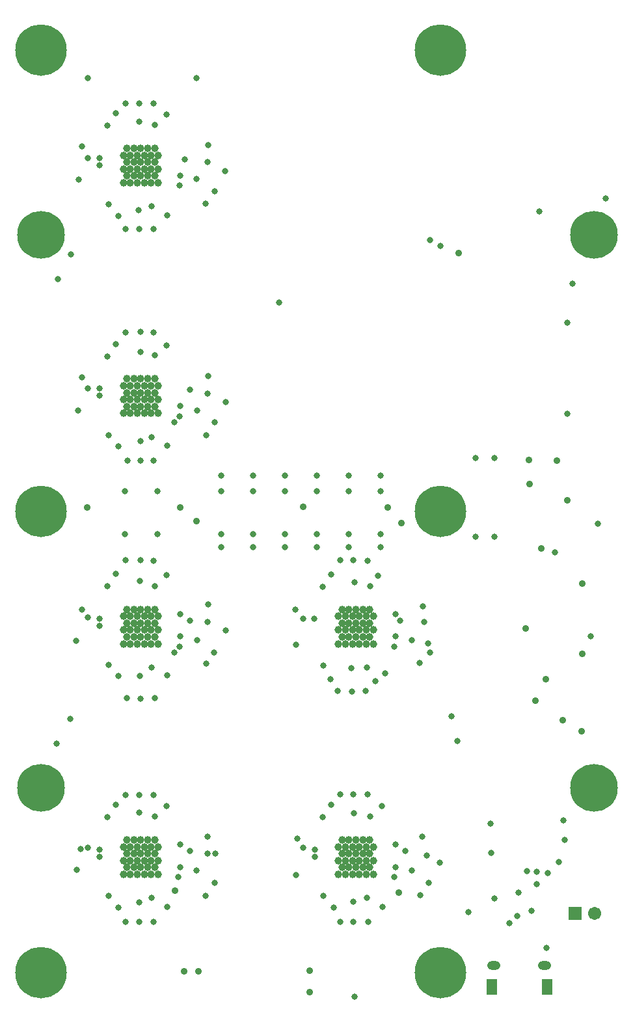
<source format=gbs>
%FSLAX25Y25*%
%MOIN*%
G70*
G01*
G75*
G04 Layer_Color=16711935*
%ADD10C,0.03000*%
%ADD11C,0.00800*%
%ADD12C,0.02000*%
%ADD13C,0.01181*%
%ADD14C,0.02362*%
%ADD15C,0.01969*%
%ADD16C,0.01200*%
%ADD17C,0.01500*%
%ADD18C,0.01000*%
%ADD19C,0.01100*%
%ADD20C,0.04000*%
%ADD21C,0.03200*%
%ADD22C,0.03937*%
%ADD23C,0.01575*%
%ADD24C,0.00787*%
%ADD25C,0.00800*%
%ADD26C,0.02000*%
%ADD27C,0.10000*%
%ADD28R,0.05512X0.04331*%
%ADD29R,0.04331X0.10236*%
%ADD30R,0.04331X0.05512*%
%ADD31R,0.03543X0.02756*%
%ADD32R,0.03150X0.03543*%
%ADD33R,0.02756X0.03543*%
%ADD34R,0.02362X0.02362*%
%ADD35R,0.03543X0.03150*%
%ADD36R,0.02362X0.01969*%
%ADD37R,0.03000X0.03000*%
%ADD38C,0.03150*%
%ADD39R,0.10236X0.09449*%
%ADD40R,0.07087X0.06299*%
%ADD41R,0.06299X0.07087*%
%ADD42R,0.01969X0.02362*%
%ADD43C,0.03937*%
%ADD44R,0.22047X0.22047*%
%ADD45O,0.00787X0.05118*%
%ADD46O,0.05118X0.00787*%
%ADD47R,0.06000X0.05000*%
%ADD48R,0.16535X0.12205*%
%ADD49R,0.18504X0.05906*%
%ADD50R,0.02756X0.04528*%
%ADD51R,0.03937X0.07087*%
%ADD52R,0.07480X0.16339*%
%ADD53R,0.09449X0.10236*%
%ADD54R,0.03000X0.03000*%
%ADD55R,0.04331X0.06693*%
%ADD56R,0.02362X0.02362*%
%ADD57R,0.10236X0.04331*%
%ADD58R,0.12205X0.16535*%
%ADD59R,0.05906X0.18504*%
%ADD60R,0.04528X0.02756*%
%ADD61C,0.03000*%
%ADD62R,0.06693X0.04331*%
%ADD63R,0.19488X0.11594*%
%ADD64R,0.01102X0.02756*%
%ADD65R,0.06299X0.09449*%
%ADD66R,0.03347X0.01102*%
%ADD67R,0.08661X0.05512*%
%ADD68R,0.09449X0.11024*%
%ADD69O,0.01575X0.08268*%
%ADD70O,0.01378X0.08268*%
%ADD71R,0.07087X0.05906*%
%ADD72R,0.03937X0.03740*%
%ADD73O,0.04528X0.00787*%
%ADD74O,0.00787X0.04528*%
%ADD75R,0.08268X0.08268*%
%ADD76R,0.02559X0.03543*%
%ADD77R,0.06102X0.04331*%
%ADD78R,0.06102X0.04331*%
%ADD79R,0.06102X0.13583*%
%ADD80R,0.07087X0.03937*%
%ADD81C,0.00780*%
%ADD82R,0.42300X0.07600*%
%ADD83R,0.72700X0.09700*%
%ADD84R,0.46300X0.11900*%
%ADD85R,0.46400X0.11900*%
%ADD86R,0.19500X0.45500*%
%ADD87R,0.60476X0.09600*%
%ADD88C,0.23622*%
%ADD89C,0.25590*%
%ADD90R,0.05906X0.05906*%
%ADD91C,0.05906*%
%ADD92R,0.04724X0.07087*%
%ADD93O,0.05906X0.03937*%
%ADD94C,0.02400*%
%ADD95C,0.02800*%
%ADD96C,0.03200*%
%ADD97C,0.02362*%
%ADD98C,0.01600*%
%ADD99C,0.00394*%
%ADD100C,0.00984*%
%ADD101C,0.00600*%
%ADD102C,0.00039*%
%ADD103C,0.00591*%
%ADD104C,0.00500*%
%ADD105R,0.02165X0.09449*%
%ADD106R,0.07874X0.07874*%
%ADD107R,0.09449X0.02165*%
%ADD108R,0.05906X0.02165*%
%ADD109R,0.04300X0.04100*%
%ADD110R,0.03898X0.01654*%
%ADD111R,0.06312X0.05131*%
%ADD112R,0.05131X0.11036*%
%ADD113R,0.05131X0.06312*%
%ADD114R,0.04343X0.03556*%
%ADD115R,0.03950X0.04343*%
%ADD116R,0.03556X0.04343*%
%ADD117R,0.03162X0.03162*%
%ADD118R,0.04343X0.03950*%
%ADD119R,0.03162X0.02769*%
%ADD120R,0.03800X0.03800*%
%ADD121C,0.03950*%
%ADD122R,0.11036X0.10249*%
%ADD123R,0.07887X0.07099*%
%ADD124R,0.07099X0.07887*%
%ADD125R,0.02769X0.03162*%
%ADD126C,0.04737*%
%ADD127R,0.22847X0.22847*%
%ADD128O,0.01587X0.05918*%
%ADD129O,0.05918X0.01587*%
%ADD130R,0.06800X0.05800*%
%ADD131R,0.17335X0.13005*%
%ADD132R,0.19304X0.06706*%
%ADD133R,0.03556X0.05328*%
%ADD134R,0.04737X0.07887*%
%ADD135R,0.08280X0.17139*%
%ADD136R,0.10249X0.11036*%
%ADD137R,0.03800X0.03800*%
%ADD138R,0.05131X0.07493*%
%ADD139R,0.03162X0.03162*%
%ADD140R,0.11036X0.05131*%
%ADD141R,0.13005X0.17335*%
%ADD142R,0.06706X0.19304*%
%ADD143R,0.05328X0.03556*%
%ADD144C,0.03800*%
%ADD145R,0.07493X0.05131*%
%ADD146R,0.20288X0.12395*%
%ADD147R,0.09461X0.06312*%
%ADD148R,0.10249X0.11824*%
%ADD149O,0.02375X0.09068*%
%ADD150O,0.02178X0.09068*%
%ADD151R,0.07887X0.06706*%
%ADD152R,0.04737X0.04540*%
%ADD153O,0.05328X0.01587*%
%ADD154O,0.01587X0.05328*%
%ADD155R,0.09068X0.09068*%
%ADD156R,0.03359X0.04343*%
%ADD157R,0.06902X0.05131*%
%ADD158R,0.06902X0.05131*%
%ADD159R,0.06902X0.14383*%
%ADD160R,0.07887X0.04737*%
%ADD161C,0.24422*%
%ADD162C,0.26391*%
%ADD163R,0.06706X0.06706*%
%ADD164C,0.06706*%
%ADD165R,0.05524X0.07887*%
%ADD166O,0.06706X0.04737*%
%ADD167C,0.03600*%
%ADD168C,0.03162*%
D96*
X288200Y368500D02*
D03*
X271300Y405800D02*
D03*
X297600Y187900D02*
D03*
X146200Y201600D02*
D03*
X146392Y183500D02*
D03*
X176436Y215710D02*
D03*
X174900Y171800D02*
D03*
X187000Y165000D02*
D03*
X164000Y165900D02*
D03*
X160636Y173000D02*
D03*
X188400Y218900D02*
D03*
X160136Y213300D02*
D03*
X164536Y219600D02*
D03*
X176000Y97200D02*
D03*
X175900Y52000D02*
D03*
X190736Y49390D02*
D03*
X165836Y49090D02*
D03*
X160636Y54890D02*
D03*
X190436Y100890D02*
D03*
X160136Y95190D02*
D03*
X164536Y101490D02*
D03*
X54300D02*
D03*
X49900Y95190D02*
D03*
X80200Y100890D02*
D03*
X50400Y54890D02*
D03*
X55600Y49090D02*
D03*
X80500Y49390D02*
D03*
X66100Y51500D02*
D03*
X66200Y97600D02*
D03*
X54229Y455872D02*
D03*
X49829Y449572D02*
D03*
X80129Y455272D02*
D03*
X50329Y409272D02*
D03*
X55529Y403472D02*
D03*
X80429Y403772D02*
D03*
X65900Y406400D02*
D03*
X66100Y451500D02*
D03*
X54300Y337710D02*
D03*
X49900Y331410D02*
D03*
X80200Y337110D02*
D03*
X50400Y291110D02*
D03*
X55600Y285310D02*
D03*
X80500Y285610D02*
D03*
X66700Y287900D02*
D03*
X66800Y333700D02*
D03*
X66500Y216400D02*
D03*
X66600Y167800D02*
D03*
X80500Y167900D02*
D03*
X55600Y167600D02*
D03*
X50400Y173400D02*
D03*
X80200Y219400D02*
D03*
X49900Y213700D02*
D03*
X54300Y220000D02*
D03*
X108286Y233500D02*
D03*
X124609D02*
D03*
X140931D02*
D03*
X157254D02*
D03*
X173577D02*
D03*
X189900Y233600D02*
D03*
X108286Y270200D02*
D03*
X124609D02*
D03*
X140931D02*
D03*
X157254D02*
D03*
X173577D02*
D03*
X189900Y270300D02*
D03*
X248232Y239000D02*
D03*
X238400D02*
D03*
Y279300D02*
D03*
X248232D02*
D03*
X108286Y240200D02*
D03*
X124609D02*
D03*
X140931D02*
D03*
X157254D02*
D03*
X173577D02*
D03*
X189900Y240300D02*
D03*
X75329Y240200D02*
D03*
X58700D02*
D03*
Y262300D02*
D03*
X75329D02*
D03*
X189900Y262400D02*
D03*
X173577Y262300D02*
D03*
X157254D02*
D03*
X140931D02*
D03*
X124609D02*
D03*
X108286D02*
D03*
X147031Y84300D02*
D03*
X146532Y65800D02*
D03*
X220600Y388100D02*
D03*
X215200Y391000D02*
D03*
X137900Y359137D02*
D03*
X39919Y473819D02*
D03*
X95529Y474129D02*
D03*
X305100Y412400D02*
D03*
X192000Y169000D02*
D03*
X205787Y186000D02*
D03*
X197365Y199313D02*
D03*
X84000Y297500D02*
D03*
X34216Y68200D02*
D03*
X33917Y185800D02*
D03*
X34877Y303737D02*
D03*
X36911Y320500D02*
D03*
Y201500D02*
D03*
X84000Y179500D02*
D03*
X36911Y439000D02*
D03*
X150175Y196966D02*
D03*
Y79675D02*
D03*
X39919Y197500D02*
D03*
Y433126D02*
D03*
X35000Y422000D02*
D03*
X36100Y79100D02*
D03*
X101376Y439765D02*
D03*
X101161Y430962D02*
D03*
X104761Y416062D02*
D03*
X110261Y426462D02*
D03*
X100229Y409562D02*
D03*
X101476Y321240D02*
D03*
X101261Y312437D02*
D03*
X104861Y297537D02*
D03*
X110361Y307937D02*
D03*
X100329Y291037D02*
D03*
X101315Y85303D02*
D03*
X101100Y76500D02*
D03*
X104700Y61600D02*
D03*
X105000Y76500D02*
D03*
X100169Y55100D02*
D03*
X101476Y204203D02*
D03*
X101261Y195400D02*
D03*
X104561Y179700D02*
D03*
X110361Y190900D02*
D03*
X100329Y174000D02*
D03*
X211615Y203403D02*
D03*
X212200Y195200D02*
D03*
X215000Y179700D02*
D03*
X214000Y184200D02*
D03*
X209968Y174200D02*
D03*
X210068Y55200D02*
D03*
X220100Y72100D02*
D03*
X214600Y61700D02*
D03*
X74142Y449947D02*
D03*
X89529Y432304D02*
D03*
X87129Y424134D02*
D03*
X95529Y422300D02*
D03*
X86729Y418898D02*
D03*
X72441Y408234D02*
D03*
X45929Y433084D02*
D03*
Y429434D02*
D03*
X92000Y314200D02*
D03*
X87129Y306024D02*
D03*
X86729Y300787D02*
D03*
X72441Y290124D02*
D03*
X39919Y315000D02*
D03*
X45929Y314974D02*
D03*
Y311324D02*
D03*
X74016Y331837D02*
D03*
X95800Y303800D02*
D03*
X59300Y460900D02*
D03*
X66100D02*
D03*
X73500D02*
D03*
X45929Y193213D02*
D03*
Y196863D02*
D03*
X72441Y172013D02*
D03*
X86729Y182677D02*
D03*
X95900Y185900D02*
D03*
X87129Y187913D02*
D03*
X92000Y196100D02*
D03*
X87129Y199313D02*
D03*
X74142Y213727D02*
D03*
X73500Y106569D02*
D03*
X66100D02*
D03*
X59300D02*
D03*
X45929Y75103D02*
D03*
Y78753D02*
D03*
X39919Y79619D02*
D03*
X72441Y53903D02*
D03*
X86229Y64567D02*
D03*
X95529Y68000D02*
D03*
X87129Y69803D02*
D03*
X92000Y78000D02*
D03*
X87129Y81203D02*
D03*
X74142Y95617D02*
D03*
X213500Y75500D02*
D03*
X156165Y75103D02*
D03*
Y78753D02*
D03*
X182677Y53903D02*
D03*
X196965Y64567D02*
D03*
X205765Y68000D02*
D03*
X211215Y85403D02*
D03*
X197365Y69803D02*
D03*
X202500Y78000D02*
D03*
X197365Y81203D02*
D03*
X184378Y95617D02*
D03*
X155665Y196863D02*
D03*
X182677Y172013D02*
D03*
X196965Y182677D02*
D03*
X197365Y187913D02*
D03*
X199765Y196083D02*
D03*
X184378Y213727D02*
D03*
X59300Y396800D02*
D03*
X66100Y396600D02*
D03*
X73600Y396700D02*
D03*
X59321Y343774D02*
D03*
X66821Y343874D02*
D03*
X73621Y343674D02*
D03*
X73600Y278000D02*
D03*
X66900Y277900D02*
D03*
X60100Y278100D02*
D03*
X59321Y226869D02*
D03*
X66821Y226969D02*
D03*
X73621Y226768D02*
D03*
X74239Y156163D02*
D03*
X66739Y156063D02*
D03*
X59939Y156263D02*
D03*
X73600Y41626D02*
D03*
X66100Y41526D02*
D03*
X59300Y41726D02*
D03*
X183400Y41626D02*
D03*
X175900Y41526D02*
D03*
X169100Y41726D02*
D03*
X169021Y107004D02*
D03*
X175821Y107104D02*
D03*
X183021Y106904D02*
D03*
X182000Y159900D02*
D03*
X175000Y159800D02*
D03*
X167900Y160000D02*
D03*
X169021Y226869D02*
D03*
X175821Y226969D02*
D03*
X183021Y226768D02*
D03*
X269800Y61000D02*
D03*
Y67400D02*
D03*
X275600Y66800D02*
D03*
X264800Y67600D02*
D03*
X281200Y72300D02*
D03*
X229100Y134200D02*
D03*
X226000Y147000D02*
D03*
X23800Y132900D02*
D03*
X30700Y145500D02*
D03*
X31298Y383600D02*
D03*
X24398Y371000D02*
D03*
X301300Y245500D02*
D03*
X279200Y230900D02*
D03*
X285600Y302100D02*
D03*
X285400Y348800D02*
D03*
X176500Y3400D02*
D03*
X283500Y93600D02*
D03*
X246300Y92000D02*
D03*
X260400Y56600D02*
D03*
X246400Y77000D02*
D03*
X284000Y83500D02*
D03*
X274980Y28285D02*
D03*
X255782Y41000D02*
D03*
X267000Y47200D02*
D03*
X259900Y44500D02*
D03*
X248100Y53800D02*
D03*
X234800Y46700D02*
D03*
D121*
X66929Y312795D02*
D03*
X70472Y312795D02*
D03*
X74016Y312795D02*
D03*
Y319882D02*
D03*
X70472Y319882D02*
D03*
X66929Y319882D02*
D03*
X63386Y319882D02*
D03*
X59842Y319882D02*
D03*
Y312795D02*
D03*
X63386Y312795D02*
D03*
X66929Y305709D02*
D03*
X63386Y305709D02*
D03*
X59842Y305709D02*
D03*
X70472Y305709D02*
D03*
X74016Y305709D02*
D03*
X68701Y309252D02*
D03*
X65158D02*
D03*
X61614D02*
D03*
X72244D02*
D03*
X75787D02*
D03*
X58071D02*
D03*
Y316339D02*
D03*
X61614D02*
D03*
X65158D02*
D03*
X68701D02*
D03*
X72244D02*
D03*
X75787D02*
D03*
Y302165D02*
D03*
X72244D02*
D03*
X68701D02*
D03*
X65158D02*
D03*
X61614D02*
D03*
X58071D02*
D03*
X177165Y194685D02*
D03*
X180709Y194685D02*
D03*
X184252Y194685D02*
D03*
Y201772D02*
D03*
X180709Y201772D02*
D03*
X177165Y201772D02*
D03*
X173622Y201772D02*
D03*
X170079Y201772D02*
D03*
Y194685D02*
D03*
X173622Y194685D02*
D03*
X177165Y187598D02*
D03*
X173622Y187598D02*
D03*
X170079Y187598D02*
D03*
X180709Y187598D02*
D03*
X184252Y187598D02*
D03*
X178937Y191142D02*
D03*
X175394D02*
D03*
X171850D02*
D03*
X182480D02*
D03*
X186024D02*
D03*
X168307D02*
D03*
Y198228D02*
D03*
X171850D02*
D03*
X175394D02*
D03*
X178937D02*
D03*
X182480D02*
D03*
X186024D02*
D03*
Y184055D02*
D03*
X182480D02*
D03*
X178937D02*
D03*
X175394D02*
D03*
X171850D02*
D03*
X168307D02*
D03*
X177165Y76575D02*
D03*
X180709Y76575D02*
D03*
X184252Y76575D02*
D03*
Y83661D02*
D03*
X180709Y83661D02*
D03*
X177165Y83661D02*
D03*
X173622Y83661D02*
D03*
X170079Y83661D02*
D03*
Y76575D02*
D03*
X173622Y76575D02*
D03*
X177165Y69488D02*
D03*
X173622Y69488D02*
D03*
X170079Y69488D02*
D03*
X180709Y69488D02*
D03*
X184252Y69488D02*
D03*
X178937Y73032D02*
D03*
X175394D02*
D03*
X171850D02*
D03*
X182480D02*
D03*
X186024D02*
D03*
X168307D02*
D03*
Y80118D02*
D03*
X171850D02*
D03*
X175394D02*
D03*
X178937D02*
D03*
X182480D02*
D03*
X186024D02*
D03*
Y65945D02*
D03*
X182480D02*
D03*
X178937D02*
D03*
X175394D02*
D03*
X171850D02*
D03*
X168307D02*
D03*
X66929Y76575D02*
D03*
X70472Y76575D02*
D03*
X74016Y76575D02*
D03*
Y83661D02*
D03*
X70472Y83661D02*
D03*
X66929Y83661D02*
D03*
X63386Y83661D02*
D03*
X59842Y83661D02*
D03*
Y76575D02*
D03*
X63386Y76575D02*
D03*
X66929Y69488D02*
D03*
X63386Y69488D02*
D03*
X59842Y69488D02*
D03*
X70472Y69488D02*
D03*
X74016Y69488D02*
D03*
X68701Y73032D02*
D03*
X65158D02*
D03*
X61614D02*
D03*
X72244D02*
D03*
X75787D02*
D03*
X58071D02*
D03*
Y80118D02*
D03*
X61614D02*
D03*
X65158D02*
D03*
X68701D02*
D03*
X72244D02*
D03*
X75787D02*
D03*
Y65945D02*
D03*
X72244D02*
D03*
X68701D02*
D03*
X65158D02*
D03*
X61614D02*
D03*
X58071D02*
D03*
X66929Y194685D02*
D03*
X70472Y194685D02*
D03*
X74016Y194685D02*
D03*
Y201772D02*
D03*
X70472Y201772D02*
D03*
X66929Y201772D02*
D03*
X63386Y201772D02*
D03*
X59842Y201772D02*
D03*
Y194685D02*
D03*
X63386Y194685D02*
D03*
X66929Y187598D02*
D03*
X63386Y187598D02*
D03*
X59842Y187598D02*
D03*
X70472Y187598D02*
D03*
X74016Y187598D02*
D03*
X68701Y191142D02*
D03*
X65158D02*
D03*
X61614D02*
D03*
X72244D02*
D03*
X75787D02*
D03*
X58071D02*
D03*
Y198228D02*
D03*
X61614D02*
D03*
X65158D02*
D03*
X68701D02*
D03*
X72244D02*
D03*
X75787D02*
D03*
Y184055D02*
D03*
X72244D02*
D03*
X68701D02*
D03*
X65158D02*
D03*
X61614D02*
D03*
X58071D02*
D03*
Y420276D02*
D03*
X61614D02*
D03*
X65158D02*
D03*
X68701D02*
D03*
X72244D02*
D03*
X75787D02*
D03*
Y434449D02*
D03*
X72244D02*
D03*
X68701D02*
D03*
X65158D02*
D03*
X61614D02*
D03*
X58071D02*
D03*
Y427362D02*
D03*
X75787D02*
D03*
X72244D02*
D03*
X61614D02*
D03*
X65158D02*
D03*
X68701D02*
D03*
X74016Y423819D02*
D03*
X70472Y423819D02*
D03*
X59842Y423819D02*
D03*
X63386Y423819D02*
D03*
X66929Y423819D02*
D03*
X63386Y430905D02*
D03*
X59842Y430905D02*
D03*
Y437992D02*
D03*
X63386Y437992D02*
D03*
X66929Y437992D02*
D03*
X70472Y437992D02*
D03*
X74016Y437992D02*
D03*
Y430905D02*
D03*
X70472Y430905D02*
D03*
X66929Y430905D02*
D03*
D161*
X299213Y393701D02*
D03*
X15748D02*
D03*
Y110236D02*
D03*
X299213D02*
D03*
D162*
X220472Y488189D02*
D03*
Y15748D02*
D03*
Y251969D02*
D03*
X15748Y15748D02*
D03*
Y488189D02*
D03*
Y251969D02*
D03*
D163*
X289370Y46063D02*
D03*
D164*
X299370D02*
D03*
D165*
X246727Y8176D02*
D03*
X275073D02*
D03*
D166*
X247908Y19200D02*
D03*
X273892D02*
D03*
D167*
X220224Y25059D02*
D03*
Y6059D02*
D03*
X229724Y15559D02*
D03*
X211224D02*
D03*
X213724Y22559D02*
D03*
X227224D02*
D03*
X213224Y9059D02*
D03*
X227224D02*
D03*
X15500Y25059D02*
D03*
Y6059D02*
D03*
X25000Y15559D02*
D03*
X6500D02*
D03*
X9000Y22559D02*
D03*
X22500D02*
D03*
X8500Y9059D02*
D03*
X22500D02*
D03*
X220224Y261280D02*
D03*
Y242280D02*
D03*
X229724Y251780D02*
D03*
X211224D02*
D03*
X213724Y258780D02*
D03*
X227224D02*
D03*
X213224Y245280D02*
D03*
X227224D02*
D03*
X15500Y261280D02*
D03*
Y242280D02*
D03*
X25000Y251780D02*
D03*
X6500D02*
D03*
X9000Y258780D02*
D03*
X22500D02*
D03*
X8500Y245280D02*
D03*
X22500D02*
D03*
X220224Y497500D02*
D03*
Y478500D02*
D03*
X229724Y488000D02*
D03*
X211224D02*
D03*
X213724Y495000D02*
D03*
X227224D02*
D03*
X213224Y481500D02*
D03*
X227224D02*
D03*
X22500D02*
D03*
X8500D02*
D03*
X22500Y495000D02*
D03*
X9000D02*
D03*
X6500Y488000D02*
D03*
X25000D02*
D03*
X15500Y478500D02*
D03*
Y497500D02*
D03*
X199000Y56500D02*
D03*
X39500Y254000D02*
D03*
X87000D02*
D03*
X150175Y254175D02*
D03*
X193500Y254000D02*
D03*
X200500Y245900D02*
D03*
X84519Y57519D02*
D03*
X96571Y16429D02*
D03*
X89000D02*
D03*
X153500Y16500D02*
D03*
Y5500D02*
D03*
X265687Y278310D02*
D03*
X95500Y247000D02*
D03*
X266000Y266000D02*
D03*
X280000Y278000D02*
D03*
X285500Y257700D02*
D03*
X272000Y233000D02*
D03*
X264000Y192000D02*
D03*
X293000Y215000D02*
D03*
X292900Y139400D02*
D03*
X293000Y179000D02*
D03*
X283000Y145000D02*
D03*
X274471Y166000D02*
D03*
X269000Y155000D02*
D03*
X229700Y384300D02*
D03*
M02*

</source>
